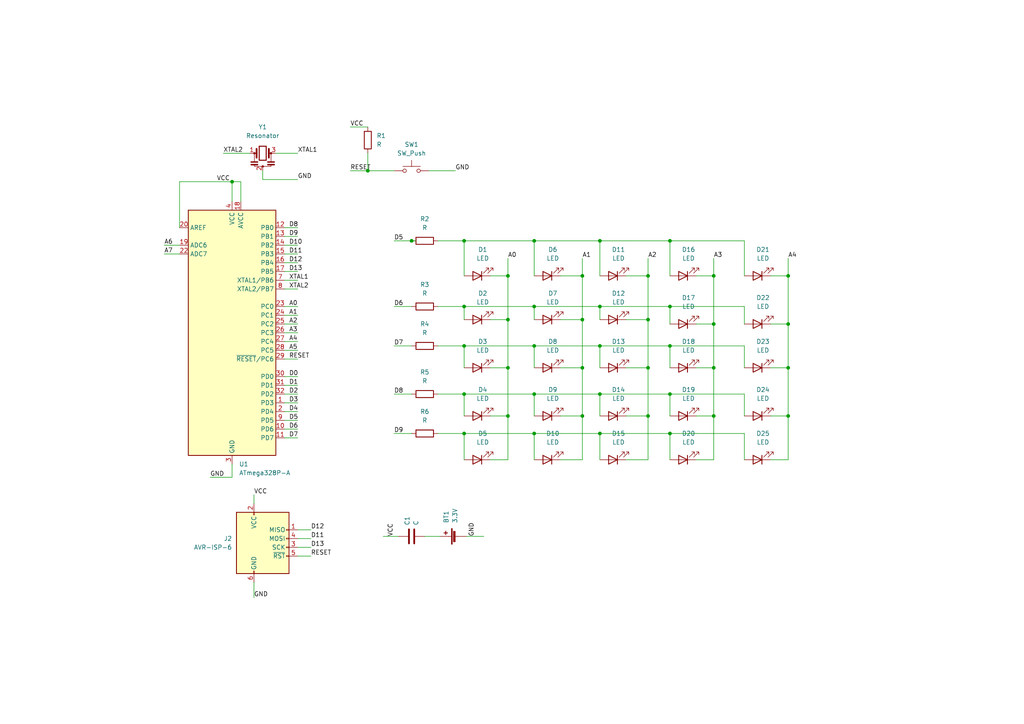
<source format=kicad_sch>
(kicad_sch (version 20211123) (generator eeschema)
  (paper "A4")
  (lib_symbols
    (symbol "Connector:AVR-ISP-6" (pin_names (offset 1.016))
      (property "Reference" "J" (at -6.35 11.43 0))
      (property "Value" "AVR-ISP-6" (at 0 11.43 0))
      (symbol "AVR-ISP-6_0_1"
        (rectangle (start -2.667 -6.858) (end -2.413 -7.62))
        (rectangle (start -2.667 10.16) (end -2.413 9.398))
        (rectangle (start 7.62 -2.413) (end 6.858 -2.667))
        (rectangle (start 7.62 0.127) (end 6.858 -0.127))
        (rectangle (start 7.62 2.667) (end 6.858 2.413))
        (rectangle (start 7.62 5.207) (end 6.858 4.953))
        (rectangle (start 7.62 10.16) (end -7.62 -7.62) (stroke (width 0.254)) (fill (type background)))
      )
      (symbol "AVR-ISP-6_1_1"
        (pin passive line (at 10.16 5.08 180) (length 2.54) (name "MISO") (number "1"))
        (pin passive line (at -2.54 12.7 270) (length 2.54) (name "VCC") (number "2"))
        (pin passive line (at 10.16 0 180) (length 2.54) (name "SCK") (number "3"))
        (pin passive line (at 10.16 2.54 180) (length 2.54) (name "MOSI") (number "4"))
        (pin passive line (at 10.16 -2.54 180) (length 2.54) (name "~{RST}") (number "5"))
        (pin passive line (at -2.54 -10.16 90) (length 2.54) (name "GND") (number "6"))
      )
    )
    (symbol "Device:Battery_Cell" (pin_numbers hide) (pin_names (offset 0) hide)
      (property "Reference" "BT" (at 2.54 2.54 0))
      (property "Value" "Battery_Cell" (at 2.54 0 0))
      (symbol "Battery_Cell_0_1"
        (rectangle (start -2.286 1.778) (end 2.286 1.524) (fill (type outline)))
        (rectangle (start -1.5748 1.1938) (end 1.4732 0.6858) (fill (type outline)))
        (polyline (pts (xy 0 0.762) (xy 0 0)))
        (polyline (pts (xy 0 1.778) (xy 0 2.54)))
        (polyline (pts (xy 0.508 3.429) (xy 1.524 3.429)) (stroke (width 0.254)))
        (polyline (pts (xy 1.016 3.937) (xy 1.016 2.921)) (stroke (width 0.254)))
      )
      (symbol "Battery_Cell_1_1"
        (pin passive line (at 0 5.08 270) (length 2.54) (name "+") (number "1"))
        (pin passive line (at 0 -2.54 90) (length 2.54) (name "-") (number "2"))
      )
    )
    (symbol "Device:C" (pin_numbers hide) (pin_names (offset 0.254))
      (property "Reference" "C" (at 0.635 2.54 0))
      (property "Value" "C" (at 0.635 -2.54 0))
      (symbol "C_0_1"
        (polyline (pts (xy -2.032 -0.762) (xy 2.032 -0.762)) (stroke (width 0.508)))
        (polyline (pts (xy -2.032 0.762) (xy 2.032 0.762)) (stroke (width 0.508)))
      )
      (symbol "C_1_1"
        (pin passive line (at 0 3.81 270) (length 2.794) (name "~") (number "1"))
        (pin passive line (at 0 -3.81 90) (length 2.794) (name "~") (number "2"))
      )
    )
    (symbol "Device:LED" (pin_numbers hide) (pin_names (offset 1.016) hide)
      (property "Reference" "D" (at 0 2.54 0))
      (property "Value" "LED" (at 0 -2.54 0))
      (symbol "LED_0_1"
        (polyline (pts (xy -1.27 -1.27) (xy -1.27 1.27)) (stroke (width 0.254)))
        (polyline (pts (xy -1.27 0) (xy 1.27 0)))
        (polyline (pts (xy 1.27 -1.27) (xy 1.27 1.27) (xy -1.27 0) (xy 1.27 -1.27)) (stroke (width 0.254)))
        (polyline (pts (xy -3.048 -0.762) (xy -4.572 -2.286) (xy -3.81 -2.286) (xy -4.572 -2.286) (xy -4.572 -1.524)))
        (polyline (pts (xy -1.778 -0.762) (xy -3.302 -2.286) (xy -2.54 -2.286) (xy -3.302 -2.286) (xy -3.302 -1.524)))
      )
      (symbol "LED_1_1"
        (pin passive line (at -3.81 0 0) (length 2.54) (name "K") (number "1"))
        (pin passive line (at 3.81 0 180) (length 2.54) (name "A") (number "2"))
      )
    )
    (symbol "Device:R" (pin_numbers hide) (pin_names (offset 0))
      (property "Reference" "R" (at 2.032 0 90))
      (property "Value" "R" (at 0 0 90))
      (symbol "R_0_1"
        (rectangle (start -1.016 -2.54) (end 1.016 2.54) (stroke (width 0.254)))
      )
      (symbol "R_1_1"
        (pin passive line (at 0 3.81 270) (length 1.27) (name "~") (number "1"))
        (pin passive line (at 0 -3.81 90) (length 1.27) (name "~") (number "2"))
      )
    )
    (symbol "Device:Resonator" (pin_names (offset 1.016) hide)
      (property "Reference" "Y" (at 0 5.715 0))
      (property "Value" "Resonator" (at 0 3.81 0))
      (symbol "Resonator_0_1"
        (rectangle (start -3.429 -3.175) (end -1.397 -3.429) (fill (type outline)))
        (rectangle (start -3.429 -2.413) (end -1.397 -2.667) (fill (type outline)))
        (circle (center -2.413 0) (radius 0.254) (fill (type outline)))
        (rectangle (start -1.016 2.032) (end 1.016 -2.032) (stroke (width 0.3048)))
        (circle (center 0 -3.81) (radius 0.254) (fill (type outline)))
        (polyline (pts (xy -2.413 -2.413) (xy -2.413 0)))
        (polyline (pts (xy -1.905 0) (xy -3.175 0)))
        (polyline (pts (xy -1.778 -1.27) (xy -1.778 1.27)) (stroke (width 0.508)))
        (polyline (pts (xy 1.778 -1.27) (xy 1.778 1.27)) (stroke (width 0.508)))
        (polyline (pts (xy 1.905 0) (xy 2.54 0)))
        (polyline (pts (xy 2.413 0) (xy 2.413 -2.54)))
        (polyline (pts (xy 2.413 -3.302) (xy 2.413 -3.81) (xy -2.413 -3.81) (xy -2.413 -3.302)))
        (rectangle (start 1.397 -3.175) (end 3.429 -3.429) (fill (type outline)))
        (rectangle (start 1.397 -2.413) (end 3.429 -2.667) (fill (type outline)))
        (circle (center 2.413 0) (radius 0.254) (fill (type outline)))
      )
      (symbol "Resonator_1_1"
        (pin passive line (at -3.81 0 0) (length 1.27) (name "1") (number "1"))
        (pin passive line (at 0 -5.08 90) (length 1.27) (name "2") (number "2"))
        (pin passive line (at 3.81 0 180) (length 1.27) (name "3") (number "3"))
      )
    )
    (symbol "MCU_Microchip_ATmega:ATmega328P-A"
      (property "Reference" "U" (at -12.7 36.83 0))
      (property "Value" "ATmega328P-A" (at 2.54 -36.83 0))
      (symbol "ATmega328P-A_0_1"
        (rectangle (start -12.7 -35.56) (end 12.7 35.56) (stroke (width 0.254)) (fill (type background)))
      )
      (symbol "ATmega328P-A_1_1"
        (pin bidirectional line (at 15.24 -20.32 180) (length 2.54) (name "PD3") (number "1"))
        (pin bidirectional line (at 15.24 -27.94 180) (length 2.54) (name "PD6") (number "10"))
        (pin bidirectional line (at 15.24 -30.48 180) (length 2.54) (name "PD7") (number "11"))
        (pin bidirectional line (at 15.24 30.48 180) (length 2.54) (name "PB0") (number "12"))
        (pin bidirectional line (at 15.24 27.94 180) (length 2.54) (name "PB1") (number "13"))
        (pin bidirectional line (at 15.24 25.4 180) (length 2.54) (name "PB2") (number "14"))
        (pin bidirectional line (at 15.24 22.86 180) (length 2.54) (name "PB3") (number "15"))
        (pin bidirectional line (at 15.24 20.32 180) (length 2.54) (name "PB4") (number "16"))
        (pin bidirectional line (at 15.24 17.78 180) (length 2.54) (name "PB5") (number "17"))
        (pin power_in line (at 2.54 38.1 270) (length 2.54) (name "AVCC") (number "18"))
        (pin input line (at -15.24 25.4 0) (length 2.54) (name "ADC6") (number "19"))
        (pin bidirectional line (at 15.24 -22.86 180) (length 2.54) (name "PD4") (number "2"))
        (pin passive line (at -15.24 30.48 0) (length 2.54) (name "AREF") (number "20"))
        (pin passive line (at 0 -38.1 90) (length 2.54) hide (name "GND") (number "21"))
        (pin input line (at -15.24 22.86 0) (length 2.54) (name "ADC7") (number "22"))
        (pin bidirectional line (at 15.24 7.62 180) (length 2.54) (name "PC0") (number "23"))
        (pin bidirectional line (at 15.24 5.08 180) (length 2.54) (name "PC1") (number "24"))
        (pin bidirectional line (at 15.24 2.54 180) (length 2.54) (name "PC2") (number "25"))
        (pin bidirectional line (at 15.24 0 180) (length 2.54) (name "PC3") (number "26"))
        (pin bidirectional line (at 15.24 -2.54 180) (length 2.54) (name "PC4") (number "27"))
        (pin bidirectional line (at 15.24 -5.08 180) (length 2.54) (name "PC5") (number "28"))
        (pin bidirectional line (at 15.24 -7.62 180) (length 2.54) (name "~{RESET}/PC6") (number "29"))
        (pin power_in line (at 0 -38.1 90) (length 2.54) (name "GND") (number "3"))
        (pin bidirectional line (at 15.24 -12.7 180) (length 2.54) (name "PD0") (number "30"))
        (pin bidirectional line (at 15.24 -15.24 180) (length 2.54) (name "PD1") (number "31"))
        (pin bidirectional line (at 15.24 -17.78 180) (length 2.54) (name "PD2") (number "32"))
        (pin power_in line (at 0 38.1 270) (length 2.54) (name "VCC") (number "4"))
        (pin passive line (at 0 -38.1 90) (length 2.54) hide (name "GND") (number "5"))
        (pin passive line (at 0 38.1 270) (length 2.54) hide (name "VCC") (number "6"))
        (pin bidirectional line (at 15.24 15.24 180) (length 2.54) (name "XTAL1/PB6") (number "7"))
        (pin bidirectional line (at 15.24 12.7 180) (length 2.54) (name "XTAL2/PB7") (number "8"))
        (pin bidirectional line (at 15.24 -25.4 180) (length 2.54) (name "PD5") (number "9"))
      )
    )
    (symbol "Switch:SW_Push" (pin_numbers hide) (pin_names (offset 1.016) hide)
      (property "Reference" "SW" (at 1.27 2.54 0))
      (property "Value" "SW_Push" (at 0 -1.524 0))
      (symbol "SW_Push_0_1"
        (circle (center -2.032 0) (radius 0.508))
        (polyline (pts (xy 0 1.27) (xy 0 3.048)))
        (polyline (pts (xy 2.54 1.27) (xy -2.54 1.27)))
        (circle (center 2.032 0) (radius 0.508))
        (pin passive line (at -5.08 0 0) (length 2.54) (name "1") (number "1"))
        (pin passive line (at 5.08 0 180) (length 2.54) (name "2") (number "2"))
      )
    )
  )
  (junction (at 147.32 80.01))
  (junction (at 194.31 88.9))
  (junction (at 173.99 100.33))
  (junction (at 134.62 100.33))
  (junction (at 154.94 114.3))
  (junction (at 187.96 92.71))
  (junction (at 228.6 93.98))
  (junction (at 207.01 80.01))
  (junction (at 134.62 125.73))
  (junction (at 119.38 69.85))
  (junction (at 173.99 114.3))
  (junction (at 194.31 100.33))
  (junction (at 168.91 106.68))
  (junction (at 134.62 114.3))
  (junction (at 194.31 69.85))
  (junction (at 228.6 120.65))
  (junction (at 154.94 100.33))
  (junction (at 134.62 69.85))
  (junction (at 207.01 106.68))
  (junction (at 134.62 88.9))
  (junction (at 106.68 49.53))
  (junction (at 207.01 120.65))
  (junction (at 187.96 106.68))
  (junction (at 154.94 69.85))
  (junction (at 154.94 125.73))
  (junction (at 173.99 125.73))
  (junction (at 194.31 125.73))
  (junction (at 173.99 69.85))
  (junction (at 67.31 52.705))
  (junction (at 173.99 88.9))
  (junction (at 228.6 106.68))
  (junction (at 147.32 106.68))
  (junction (at 168.91 92.71))
  (junction (at 168.91 80.01))
  (junction (at 168.91 120.65))
  (junction (at 194.31 114.3))
  (junction (at 228.6 80.01))
  (junction (at 207.01 93.98))
  (junction (at 187.96 80.01))
  (junction (at 154.94 88.9))
  (junction (at 147.32 120.65))
  (junction (at 147.32 92.71))
  (junction (at 187.96 120.65))
  (wire (pts (xy 223.52 80.01) (xy 228.6 80.01)))
  (wire (pts (xy 111.125 155.575) (xy 115.57 155.575)))
  (wire (pts (xy 154.94 88.9) (xy 173.99 88.9)))
  (wire (pts (xy 228.6 74.93) (xy 228.6 80.01)))
  (wire (pts (xy 187.96 106.68) (xy 187.96 120.65)))
  (wire (pts (xy 127 100.33) (xy 134.62 100.33)))
  (wire (pts (xy 82.55 101.6) (xy 86.36 101.6)))
  (wire (pts (xy 76.2 52.07) (xy 86.36 52.07)))
  (wire (pts (xy 86.36 158.75) (xy 90.17 158.75)))
  (wire (pts (xy 101.6 49.53) (xy 106.68 49.53)))
  (wire (pts (xy 134.62 125.73) (xy 134.62 133.35)))
  (wire (pts (xy 67.31 52.705) (xy 67.31 58.42)))
  (wire (pts (xy 82.55 91.44) (xy 86.36 91.44)))
  (wire (pts (xy 201.93 80.01) (xy 207.01 80.01)))
  (wire (pts (xy 173.99 69.85) (xy 173.99 80.01)))
  (wire (pts (xy 147.32 80.01) (xy 147.32 92.71)))
  (wire (pts (xy 114.3 69.85) (xy 119.38 69.85)))
  (wire (pts (xy 52.07 52.705) (xy 67.31 52.705)))
  (wire (pts (xy 127 125.73) (xy 134.62 125.73)))
  (wire (pts (xy 168.91 80.01) (xy 168.91 92.71)))
  (wire (pts (xy 114.3 88.9) (xy 119.38 88.9)))
  (wire (pts (xy 173.99 114.3) (xy 173.99 120.65)))
  (wire (pts (xy 215.9 88.9) (xy 194.31 88.9)))
  (wire (pts (xy 134.62 100.33) (xy 154.94 100.33)))
  (wire (pts (xy 187.96 92.71) (xy 187.96 106.68)))
  (wire (pts (xy 86.36 156.21) (xy 90.17 156.21)))
  (wire (pts (xy 82.55 66.04) (xy 86.36 66.04)))
  (wire (pts (xy 82.55 78.74) (xy 86.36 78.74)))
  (wire (pts (xy 228.6 106.68) (xy 228.6 120.65)))
  (wire (pts (xy 228.6 93.98) (xy 228.6 106.68)))
  (wire (pts (xy 69.85 58.42) (xy 69.85 52.705)))
  (wire (pts (xy 215.9 80.01) (xy 215.9 69.85)))
  (wire (pts (xy 194.31 106.68) (xy 194.31 100.33)))
  (wire (pts (xy 173.99 100.33) (xy 173.99 106.68)))
  (wire (pts (xy 207.01 106.68) (xy 207.01 120.65)))
  (wire (pts (xy 173.99 125.73) (xy 194.31 125.73)))
  (wire (pts (xy 228.6 120.65) (xy 228.6 133.35)))
  (wire (pts (xy 187.96 80.01) (xy 187.96 92.71)))
  (wire (pts (xy 223.52 133.35) (xy 228.6 133.35)))
  (wire (pts (xy 223.52 120.65) (xy 228.6 120.65)))
  (wire (pts (xy 154.94 114.3) (xy 173.99 114.3)))
  (wire (pts (xy 82.55 96.52) (xy 86.36 96.52)))
  (wire (pts (xy 154.94 100.33) (xy 154.94 106.68)))
  (wire (pts (xy 82.55 73.66) (xy 86.36 73.66)))
  (wire (pts (xy 142.24 133.35) (xy 147.32 133.35)))
  (wire (pts (xy 47.625 71.12) (xy 52.07 71.12)))
  (wire (pts (xy 82.55 121.92) (xy 86.36 121.92)))
  (wire (pts (xy 181.61 92.71) (xy 187.96 92.71)))
  (wire (pts (xy 207.01 120.65) (xy 207.01 133.35)))
  (wire (pts (xy 82.55 93.98) (xy 86.36 93.98)))
  (wire (pts (xy 173.99 100.33) (xy 194.31 100.33)))
  (wire (pts (xy 82.55 119.38) (xy 86.36 119.38)))
  (wire (pts (xy 181.61 120.65) (xy 187.96 120.65)))
  (wire (pts (xy 147.32 74.93) (xy 147.32 80.01)))
  (wire (pts (xy 168.91 92.71) (xy 168.91 106.68)))
  (wire (pts (xy 201.93 120.65) (xy 207.01 120.65)))
  (wire (pts (xy 187.96 120.65) (xy 187.96 133.35)))
  (wire (pts (xy 73.66 143.51) (xy 73.66 146.05)))
  (wire (pts (xy 114.3 100.33) (xy 119.38 100.33)))
  (wire (pts (xy 223.52 106.68) (xy 228.6 106.68)))
  (wire (pts (xy 215.9 133.35) (xy 215.9 125.73)))
  (wire (pts (xy 147.32 133.35) (xy 147.32 120.65)))
  (wire (pts (xy 194.31 133.35) (xy 194.31 125.73)))
  (wire (pts (xy 82.55 81.28) (xy 86.36 81.28)))
  (wire (pts (xy 228.6 80.01) (xy 228.6 93.98)))
  (wire (pts (xy 82.55 111.76) (xy 86.36 111.76)))
  (wire (pts (xy 67.31 134.62) (xy 67.31 138.43)))
  (wire (pts (xy 114.3 114.3) (xy 119.38 114.3)))
  (wire (pts (xy 207.01 80.01) (xy 207.01 93.98)))
  (wire (pts (xy 127 69.85) (xy 134.62 69.85)))
  (wire (pts (xy 134.62 69.85) (xy 134.62 80.01)))
  (wire (pts (xy 82.55 76.2) (xy 86.36 76.2)))
  (wire (pts (xy 47.625 73.66) (xy 52.07 73.66)))
  (wire (pts (xy 154.94 114.3) (xy 154.94 120.65)))
  (wire (pts (xy 134.62 125.73) (xy 154.94 125.73)))
  (wire (pts (xy 106.68 49.53) (xy 114.3 49.53)))
  (wire (pts (xy 127 114.3) (xy 134.62 114.3)))
  (wire (pts (xy 173.99 88.9) (xy 173.99 92.71)))
  (wire (pts (xy 201.93 93.98) (xy 207.01 93.98)))
  (wire (pts (xy 168.91 106.68) (xy 168.91 120.65)))
  (wire (pts (xy 82.55 127) (xy 86.36 127)))
  (wire (pts (xy 135.255 155.575) (xy 140.335 155.575)))
  (wire (pts (xy 82.55 104.14) (xy 86.36 104.14)))
  (wire (pts (xy 207.01 74.93) (xy 207.01 80.01)))
  (wire (pts (xy 82.55 124.46) (xy 86.36 124.46)))
  (wire (pts (xy 101.6 36.83) (xy 106.68 36.83)))
  (wire (pts (xy 215.9 125.73) (xy 194.31 125.73)))
  (wire (pts (xy 123.19 155.575) (xy 127.635 155.575)))
  (wire (pts (xy 162.56 92.71) (xy 168.91 92.71)))
  (wire (pts (xy 76.2 49.53) (xy 76.2 52.07)))
  (wire (pts (xy 134.62 114.3) (xy 154.94 114.3)))
  (wire (pts (xy 215.9 120.65) (xy 215.9 114.3)))
  (wire (pts (xy 201.93 106.68) (xy 207.01 106.68)))
  (wire (pts (xy 215.9 100.33) (xy 194.31 100.33)))
  (wire (pts (xy 154.94 125.73) (xy 154.94 133.35)))
  (wire (pts (xy 142.24 80.01) (xy 147.32 80.01)))
  (wire (pts (xy 82.55 109.22) (xy 86.36 109.22)))
  (wire (pts (xy 173.99 88.9) (xy 194.31 88.9)))
  (wire (pts (xy 134.62 88.9) (xy 154.94 88.9)))
  (wire (pts (xy 127 88.9) (xy 134.62 88.9)))
  (wire (pts (xy 201.93 133.35) (xy 207.01 133.35)))
  (wire (pts (xy 207.01 93.98) (xy 207.01 106.68)))
  (wire (pts (xy 142.24 106.68) (xy 147.32 106.68)))
  (wire (pts (xy 134.62 114.3) (xy 134.62 120.65)))
  (wire (pts (xy 52.07 52.705) (xy 52.07 66.04)))
  (wire (pts (xy 168.91 120.65) (xy 168.91 133.35)))
  (wire (pts (xy 215.9 106.68) (xy 215.9 100.33)))
  (wire (pts (xy 194.31 80.01) (xy 194.31 69.85)))
  (wire (pts (xy 215.9 93.98) (xy 215.9 88.9)))
  (wire (pts (xy 134.62 100.33) (xy 134.62 106.68)))
  (wire (pts (xy 124.46 49.53) (xy 132.08 49.53)))
  (wire (pts (xy 147.32 120.65) (xy 147.32 106.68)))
  (wire (pts (xy 134.62 88.9) (xy 134.62 92.71)))
  (wire (pts (xy 154.94 100.33) (xy 173.99 100.33)))
  (wire (pts (xy 73.66 168.91) (xy 73.66 173.355)))
  (wire (pts (xy 173.99 125.73) (xy 173.99 133.35)))
  (wire (pts (xy 82.55 99.06) (xy 86.36 99.06)))
  (wire (pts (xy 181.61 80.01) (xy 187.96 80.01)))
  (wire (pts (xy 162.56 80.01) (xy 168.91 80.01)))
  (wire (pts (xy 215.9 114.3) (xy 194.31 114.3)))
  (wire (pts (xy 187.96 74.93) (xy 187.96 80.01)))
  (wire (pts (xy 181.61 106.68) (xy 187.96 106.68)))
  (wire (pts (xy 82.55 68.58) (xy 86.36 68.58)))
  (wire (pts (xy 154.94 88.9) (xy 154.94 92.71)))
  (wire (pts (xy 162.56 133.35) (xy 168.91 133.35)))
  (wire (pts (xy 162.56 106.68) (xy 168.91 106.68)))
  (wire (pts (xy 134.62 69.85) (xy 154.94 69.85)))
  (wire (pts (xy 106.68 44.45) (xy 106.68 49.53)))
  (wire (pts (xy 86.36 161.29) (xy 90.17 161.29)))
  (wire (pts (xy 147.32 92.71) (xy 142.24 92.71)))
  (wire (pts (xy 154.94 69.85) (xy 173.99 69.85)))
  (wire (pts (xy 82.55 114.3) (xy 86.36 114.3)))
  (wire (pts (xy 181.61 133.35) (xy 187.96 133.35)))
  (wire (pts (xy 194.31 93.98) (xy 194.31 88.9)))
  (wire (pts (xy 168.91 74.93) (xy 168.91 80.01)))
  (wire (pts (xy 86.36 153.67) (xy 90.17 153.67)))
  (wire (pts (xy 215.9 69.85) (xy 194.31 69.85)))
  (wire (pts (xy 114.3 125.73) (xy 119.38 125.73)))
  (wire (pts (xy 154.94 125.73) (xy 173.99 125.73)))
  (wire (pts (xy 82.55 88.9) (xy 86.36 88.9)))
  (wire (pts (xy 223.52 93.98) (xy 228.6 93.98)))
  (wire (pts (xy 147.32 106.68) (xy 147.32 92.71)))
  (wire (pts (xy 67.31 52.705) (xy 69.85 52.705)))
  (wire (pts (xy 154.94 69.85) (xy 154.94 80.01)))
  (wire (pts (xy 194.31 120.65) (xy 194.31 114.3)))
  (wire (pts (xy 64.77 44.45) (xy 72.39 44.45)))
  (wire (pts (xy 82.55 71.12) (xy 86.36 71.12)))
  (wire (pts (xy 80.01 44.45) (xy 86.36 44.45)))
  (wire (pts (xy 142.24 120.65) (xy 147.32 120.65)))
  (wire (pts (xy 173.99 69.85) (xy 194.31 69.85)))
  (wire (pts (xy 82.55 116.84) (xy 86.36 116.84)))
  (wire (pts (xy 173.99 114.3) (xy 194.31 114.3)))
  (wire (pts (xy 82.55 83.82) (xy 86.36 83.82)))
  (wire (pts (xy 119.38 69.85) (xy 120.65 69.85)))
  (wire (pts (xy 60.96 138.43) (xy 67.31 138.43)))
  (wire (pts (xy 162.56 120.65) (xy 168.91 120.65)))
  (label "RESET" (at 83.82 104.14 0))
  (label "GND" (at 60.96 138.43 0))
  (label "D9" (at 83.82 68.58 0))
  (label "D11" (at 83.82 73.66 0))
  (label "D6" (at 114.3 88.9 0))
  (label "A0" (at 147.32 74.93 0))
  (label "D3" (at 83.82 116.84 0))
  (label "VCC" (at 114.3 155.575 90))
  (label "A5" (at 83.82 101.6 0))
  (label "RESET" (at 101.6 49.53 0))
  (label "GND" (at 86.36 52.07 0))
  (label "A3" (at 83.82 96.52 0))
  (label "RESET" (at 90.17 161.29 0))
  (label "GND" (at 73.66 173.355 0))
  (label "GND" (at 132.08 49.53 0))
  (label "XTAL1" (at 86.36 44.45 0))
  (label "A7" (at 47.625 73.66 0))
  (label "A6" (at 47.625 71.12 0))
  (label "D5" (at 114.3 69.85 0))
  (label "D7" (at 114.3 100.33 0))
  (label "D8" (at 114.3 114.3 0))
  (label "D13" (at 90.17 158.75 0))
  (label "A3" (at 207.01 74.93 0))
  (label "A0" (at 83.82 88.9 0))
  (label "A4" (at 228.6 74.93 0))
  (label "D12" (at 83.82 76.2 0))
  (label "XTAL2" (at 83.82 83.82 0))
  (label "D0" (at 83.82 109.22 0))
  (label "A1" (at 168.91 74.93 0))
  (label "D7" (at 83.82 127 0))
  (label "D11" (at 90.17 156.21 0))
  (label "A1" (at 83.82 91.44 0))
  (label "XTAL1" (at 83.82 81.28 0))
  (label "D12" (at 90.17 153.67 0))
  (label "GND" (at 137.795 155.575 90))
  (label "D2" (at 83.82 114.3 0))
  (label "A2" (at 83.82 93.98 0))
  (label "D1" (at 83.82 111.76 0))
  (label "VCC" (at 73.66 143.51 0))
  (label "D13" (at 83.82 78.74 0))
  (label "D9" (at 114.3 125.73 0))
  (label "D6" (at 83.82 124.46 0))
  (label "D8" (at 83.82 66.04 0))
  (label "D4" (at 83.82 119.38 0))
  (label "VCC" (at 101.6 36.83 0))
  (label "A4" (at 83.82 99.06 0))
  (label "D5" (at 83.82 121.92 0))
  (label "VCC" (at 62.865 52.705 0))
  (label "D10" (at 83.82 71.12 0))
  (label "A2" (at 187.96 74.93 0))
  (label "XTAL2" (at 64.77 44.45 0))
  (symbol (lib_id "Device:LED") (at 198.12 93.98 180) (unit 1)
    (property "Reference" "D17" (at 199.7075 86.36 0))
    (property "Value" "LED" (at 199.7075 88.9 0))
    (property "Footprint" "LED_SMD:LED_0805_2012Metric" (effects hide))
  )
  (symbol (lib_id "Device:LED") (at 158.75 80.01 180) (unit 1)
    (property "Reference" "D6" (at 160.3375 72.39 0))
    (property "Value" "LED" (at 160.3375 74.93 0))
    (property "Footprint" "LED_SMD:LED_0805_2012Metric" (effects hide))
  )
  (symbol (lib_id "Device:LED") (at 138.43 120.65 180) (unit 1)
    (property "Reference" "D4" (at 140.0175 113.03 0))
    (property "Value" "LED" (at 140.0175 115.57 0))
    (property "Footprint" "LED_SMD:LED_0805_2012Metric" (effects hide))
  )
  (symbol (lib_id "Device:LED") (at 138.43 80.01 180) (unit 1)
    (property "Reference" "D1" (at 140.0175 72.39 0))
    (property "Value" "LED" (at 140.0175 74.93 0))
    (property "Footprint" "LED_SMD:LED_0805_2012Metric" (effects hide))
  )
  (symbol (lib_id "Device:Resonator") (at 76.2 44.45 0) (unit 1)
    (property "Reference" "Y1" (at 76.2 36.83 0))
    (property "Value" "Resonator" (at 76.2 39.37 0))
    (property "Footprint" "Crystal:Resonator_SMD_Murata_CSTxExxV-3Pin_3.0x1.1mm" (effects hide))
  )
  (symbol (lib_id "Device:LED") (at 177.8 106.68 180) (unit 1)
    (property "Reference" "D13" (at 179.3875 99.06 0))
    (property "Value" "LED" (at 179.3875 101.6 0))
    (property "Footprint" "LED_SMD:LED_0805_2012Metric" (effects hide))
  )
  (symbol (lib_id "Device:R") (at 123.19 69.85 90) (unit 1)
    (property "Reference" "R2" (at 123.19 63.5 90))
    (property "Value" "R" (at 123.19 66.04 90))
    (property "Footprint" "Resistor_SMD:R_0805_2012Metric" (effects hide))
  )
  (symbol (lib_id "Device:LED") (at 219.71 133.35 180) (unit 1)
    (property "Reference" "D25" (at 221.2975 125.73 0))
    (property "Value" "LED" (at 221.2975 128.27 0))
    (property "Footprint" "LED_SMD:LED_0805_2012Metric" (effects hide))
  )
  (symbol (lib_id "Device:R") (at 106.68 40.64 0) (unit 1)
    (property "Reference" "R1" (at 109.22 39.3699 0) (effects (justify left)))
    (property "Value" "R" (at 109.22 41.9099 0) (effects (justify left)))
    (property "Footprint" "Resistor_SMD:R_0805_2012Metric" (effects hide))
  )
  (symbol (lib_id "Device:R") (at 123.19 88.9 90) (unit 1)
    (property "Reference" "R3" (at 123.19 82.55 90))
    (property "Value" "R" (at 123.19 85.09 90))
    (property "Footprint" "Resistor_SMD:R_0805_2012Metric" (effects hide))
  )
  (symbol (lib_id "Device:R") (at 123.19 125.73 90) (unit 1)
    (property "Reference" "R6" (at 123.19 119.38 90))
    (property "Value" "R" (at 123.19 121.92 90))
    (property "Footprint" "Resistor_SMD:R_0805_2012Metric" (effects hide))
  )
  (symbol (lib_id "Device:LED") (at 177.8 92.71 180) (unit 1)
    (property "Reference" "D12" (at 179.3875 85.09 0))
    (property "Value" "LED" (at 179.3875 87.63 0))
    (property "Footprint" "LED_SMD:LED_0805_2012Metric" (effects hide))
  )
  (symbol (lib_id "Device:LED") (at 138.43 106.68 180) (unit 1)
    (property "Reference" "D3" (at 140.0175 99.06 0))
    (property "Value" "LED" (at 140.0175 101.6 0))
    (property "Footprint" "LED_SMD:LED_0805_2012Metric" (effects hide))
  )
  (symbol (lib_id "Device:LED") (at 158.75 120.65 180) (unit 1)
    (property "Reference" "D9" (at 160.3375 113.03 0))
    (property "Value" "LED" (at 160.3375 115.57 0))
    (property "Footprint" "LED_SMD:LED_0805_2012Metric" (effects hide))
  )
  (symbol (lib_id "Device:LED") (at 219.71 106.68 180) (unit 1)
    (property "Reference" "D23" (at 221.2975 99.06 0))
    (property "Value" "LED" (at 221.2975 101.6 0))
    (property "Footprint" "LED_SMD:LED_0805_2012Metric" (effects hide))
  )
  (symbol (lib_id "Device:LED") (at 177.8 133.35 180) (unit 1)
    (property "Reference" "D15" (at 179.3875 125.73 0))
    (property "Value" "LED" (at 179.3875 128.27 0))
    (property "Footprint" "LED_SMD:LED_0805_2012Metric" (effects hide))
  )
  (symbol (lib_id "Device:LED") (at 198.12 80.01 180) (unit 1)
    (property "Reference" "D16" (at 199.7075 72.39 0))
    (property "Value" "LED" (at 199.7075 74.93 0))
    (property "Footprint" "LED_SMD:LED_0805_2012Metric" (effects hide))
  )
  (symbol (lib_id "Device:LED") (at 198.12 120.65 180) (unit 1)
    (property "Reference" "D19" (at 199.7075 113.03 0))
    (property "Value" "LED" (at 199.7075 115.57 0))
    (property "Footprint" "LED_SMD:LED_0805_2012Metric" (effects hide))
  )
  (symbol (lib_id "Device:LED") (at 138.43 133.35 180) (unit 1)
    (property "Reference" "D5" (at 140.0175 125.73 0))
    (property "Value" "LED" (at 140.0175 128.27 0))
    (property "Footprint" "LED_SMD:LED_0805_2012Metric" (effects hide))
  )
  (symbol (lib_id "Device:LED") (at 177.8 80.01 180) (unit 1)
    (property "Reference" "D11" (at 179.3875 72.39 0))
    (property "Value" "LED" (at 179.3875 74.93 0))
    (property "Footprint" "LED_SMD:LED_0805_2012Metric" (effects hide))
  )
  (symbol (lib_id "Device:LED") (at 158.75 92.71 180) (unit 1)
    (property "Reference" "D7" (at 160.3375 85.09 0))
    (property "Value" "LED" (at 160.3375 87.63 0))
    (property "Footprint" "LED_SMD:LED_0805_2012Metric" (effects hide))
  )
  (symbol (lib_id "Switch:SW_Push") (at 119.38 49.53 0) (unit 1)
    (property "Reference" "SW1" (at 119.38 41.91 0))
    (property "Value" "SW_Push" (at 119.38 44.45 0))
    (property "Footprint" "Button_Switch_SMD:SW_SPST_CK_RS282G05A3" (effects hide))
  )
  (symbol (lib_id "Device:LED") (at 198.12 133.35 180) (unit 1)
    (property "Reference" "D20" (at 199.7075 125.73 0))
    (property "Value" "LED" (at 199.7075 128.27 0))
    (property "Footprint" "LED_SMD:LED_0805_2012Metric" (effects hide))
  )
  (symbol (lib_id "Device:R") (at 123.19 100.33 90) (unit 1)
    (property "Reference" "R4" (at 123.19 93.98 90))
    (property "Value" "R" (at 123.19 96.52 90))
    (property "Footprint" "Resistor_SMD:R_0805_2012Metric" (effects hide))
  )
  (symbol (lib_id "Connector:AVR-ISP-6") (at 76.2 158.75 0) (unit 1)
    (property "Reference" "J2" (at 67.31 156.2099 0) (effects (justify right)))
    (property "Value" "AVR-ISP-6" (at 67.31 158.7499 0) (effects (justify right)))
    (property "Footprint" "Connector_IDC:IDC-Header_2x03_P2.54mm_Vertical" (effects hide))
    (property "Datasheet" " ~" (effects hide))
  )
  (symbol (lib_id "Device:C") (at 119.38 155.575 90) (unit 1)
    (property "Reference" "C1" (at 118.1099 152.4 0) (effects (justify left)))
    (property "Value" "C" (at 120.6499 152.4 0) (effects (justify left)))
    (property "Footprint" "Capacitor_SMD:C_0805_2012Metric" (effects hide))
  )
  (symbol (lib_id "Device:LED") (at 138.43 92.71 180) (unit 1)
    (property "Reference" "D2" (at 140.0175 85.09 0))
    (property "Value" "LED" (at 140.0175 87.63 0))
    (property "Footprint" "LED_SMD:LED_0805_2012Metric" (effects hide))
  )
  (symbol (lib_id "Device:LED") (at 177.8 120.65 180) (unit 1)
    (property "Reference" "D14" (at 179.3875 113.03 0))
    (property "Value" "LED" (at 179.3875 115.57 0))
    (property "Footprint" "LED_SMD:LED_0805_2012Metric" (effects hide))
  )
  (symbol (lib_id "MCU_Microchip_ATmega:ATmega328P-A") (at 67.31 96.52 0) (unit 1)
    (property "Reference" "U1" (at 69.3294 134.62 0) (effects (justify left)))
    (property "Value" "ATmega328P-A" (at 69.3294 137.16 0) (effects (justify left)))
    (property "Footprint" "Package_QFP:TQFP-32_7x7mm_P0.8mm" (effects hide))
    (property "Datasheet" "http://ww1.microchip.com/downloads/en/DeviceDoc/ATmega328_P%20AVR%20MCU%20with%20picoPower%20Technology%20Data%20Sheet%2040001984A.pdf" (effects hide))
  )
  (symbol (lib_id "Device:LED") (at 198.12 106.68 180) (unit 1)
    (property "Reference" "D18" (at 199.7075 99.06 0))
    (property "Value" "LED" (at 199.7075 101.6 0))
    (property "Footprint" "LED_SMD:LED_0805_2012Metric" (effects hide))
  )
  (symbol (lib_id "Device:LED") (at 219.71 80.01 180) (unit 1)
    (property "Reference" "D21" (at 221.2975 72.39 0))
    (property "Value" "LED" (at 221.2975 74.93 0))
    (property "Footprint" "LED_SMD:LED_0805_2012Metric" (effects hide))
  )
  (symbol (lib_id "Device:Battery_Cell") (at 132.715 155.575 90) (unit 1)
    (property "Reference" "BT1" (at 129.4129 151.765 0) (effects (justify left)))
    (property "Value" "3.3V" (at 131.9529 151.765 0) (effects (justify left)))
    (property "Footprint" "Battery:BatteryHolder_Keystone_107_1x23mm" (effects hide))
  )
  (symbol (lib_id "Device:LED") (at 219.71 120.65 180) (unit 1)
    (property "Reference" "D24" (at 221.2975 113.03 0))
    (property "Value" "LED" (at 221.2975 115.57 0))
    (property "Footprint" "LED_SMD:LED_0805_2012Metric" (effects hide))
  )
  (symbol (lib_id "Device:R") (at 123.19 114.3 90) (unit 1)
    (property "Reference" "R5" (at 123.19 107.95 90))
    (property "Value" "R" (at 123.19 110.49 90))
    (property "Footprint" "Resistor_SMD:R_0805_2012Metric" (effects hide))
  )
  (symbol (lib_id "Device:LED") (at 158.75 106.68 180) (unit 1)
    (property "Reference" "D8" (at 160.3375 99.06 0))
    (property "Value" "LED" (at 160.3375 101.6 0))
    (property "Footprint" "LED_SMD:LED_0805_2012Metric" (effects hide))
  )
  (symbol (lib_id "Device:LED") (at 158.75 133.35 180) (unit 1)
    (property "Reference" "D10" (at 160.3375 125.73 0))
    (property "Value" "LED" (at 160.3375 128.27 0))
    (property "Footprint" "LED_SMD:LED_0805_2012Metric" (effects hide))
  )
  (symbol (lib_id "Device:LED") (at 219.71 93.98 180) (unit 1)
    (property "Reference" "D22" (at 221.2975 86.36 0))
    (property "Value" "LED" (at 221.2975 88.9 0))
    (property "Footprint" "LED_SMD:LED_0805_2012Metric" (effects hide))
  )
)
</source>
